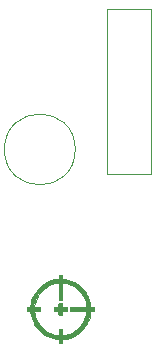
<source format=gbr>
G04 #@! TF.GenerationSoftware,KiCad,Pcbnew,(6.0.1-0)*
G04 #@! TF.CreationDate,2022-12-09T09:33:06-05:00*
G04 #@! TF.ProjectId,feederFloor,66656564-6572-4466-9c6f-6f722e6b6963,rev?*
G04 #@! TF.SameCoordinates,Original*
G04 #@! TF.FileFunction,Legend,Bot*
G04 #@! TF.FilePolarity,Positive*
%FSLAX46Y46*%
G04 Gerber Fmt 4.6, Leading zero omitted, Abs format (unit mm)*
G04 Created by KiCad (PCBNEW (6.0.1-0)) date 2022-12-09 09:33:06*
%MOMM*%
%LPD*%
G01*
G04 APERTURE LIST*
%ADD10C,0.120000*%
%ADD11C,0.010000*%
G04 APERTURE END LIST*
D10*
X28200000Y-37000000D02*
G75*
G03*
X28200000Y-37000000I-3000000J0D01*
G01*
X30850114Y-39113687D02*
X34650114Y-39113687D01*
X30850114Y-25113687D02*
X30850114Y-39113687D01*
X34650114Y-25113687D02*
X34650114Y-39113687D01*
X30850114Y-25113687D02*
X34650114Y-25113687D01*
D11*
X26777561Y-50157805D02*
X26773611Y-50337722D01*
X26773611Y-50337722D02*
X26593695Y-50341671D01*
X26593695Y-50341671D02*
X26413778Y-50345621D01*
X26413778Y-50345621D02*
X26413778Y-50668490D01*
X26413778Y-50668490D02*
X26593695Y-50672439D01*
X26593695Y-50672439D02*
X26773611Y-50676389D01*
X26773611Y-50676389D02*
X26777561Y-50856305D01*
X26777561Y-50856305D02*
X26781510Y-51036222D01*
X26781510Y-51036222D02*
X27104379Y-51036222D01*
X27104379Y-51036222D02*
X27108329Y-50856305D01*
X27108329Y-50856305D02*
X27112278Y-50676389D01*
X27112278Y-50676389D02*
X27292195Y-50672439D01*
X27292195Y-50672439D02*
X27472111Y-50668490D01*
X27472111Y-50668490D02*
X27472111Y-50345621D01*
X27472111Y-50345621D02*
X27292195Y-50341671D01*
X27292195Y-50341671D02*
X27112278Y-50337722D01*
X27112278Y-50337722D02*
X27108329Y-50157805D01*
X27108329Y-50157805D02*
X27104379Y-49977889D01*
X27104379Y-49977889D02*
X26781510Y-49977889D01*
X26781510Y-49977889D02*
X26777561Y-50157805D01*
X26777561Y-50157805D02*
X26777561Y-50157805D01*
G36*
X27108329Y-50157805D02*
G01*
X27112278Y-50337722D01*
X27292195Y-50341671D01*
X27472111Y-50345621D01*
X27472111Y-50668490D01*
X27292195Y-50672439D01*
X27112278Y-50676389D01*
X27108329Y-50856305D01*
X27104379Y-51036222D01*
X26781510Y-51036222D01*
X26777561Y-50856305D01*
X26773611Y-50676389D01*
X26593695Y-50672439D01*
X26413778Y-50668490D01*
X26413778Y-50345621D01*
X26593695Y-50341671D01*
X26773611Y-50337722D01*
X26777561Y-50157805D01*
X26781510Y-49977889D01*
X27104379Y-49977889D01*
X27108329Y-50157805D01*
G37*
X27108329Y-50157805D02*
X27112278Y-50337722D01*
X27292195Y-50341671D01*
X27472111Y-50345621D01*
X27472111Y-50668490D01*
X27292195Y-50672439D01*
X27112278Y-50676389D01*
X27108329Y-50856305D01*
X27104379Y-51036222D01*
X26781510Y-51036222D01*
X26777561Y-50856305D01*
X26773611Y-50676389D01*
X26593695Y-50672439D01*
X26413778Y-50668490D01*
X26413778Y-50345621D01*
X26593695Y-50341671D01*
X26773611Y-50337722D01*
X26777561Y-50157805D01*
X26781510Y-49977889D01*
X27104379Y-49977889D01*
X27108329Y-50157805D01*
X26780667Y-47956102D02*
X26686131Y-47965788D01*
X26686131Y-47965788D02*
X26427040Y-48006461D01*
X26427040Y-48006461D02*
X26171730Y-48075028D01*
X26171730Y-48075028D02*
X25920021Y-48171540D01*
X25920021Y-48171540D02*
X25799945Y-48228050D01*
X25799945Y-48228050D02*
X25657326Y-48303651D01*
X25657326Y-48303651D02*
X25530466Y-48381262D01*
X25530466Y-48381262D02*
X25412187Y-48466129D01*
X25412187Y-48466129D02*
X25295309Y-48563492D01*
X25295309Y-48563492D02*
X25172655Y-48678597D01*
X25172655Y-48678597D02*
X25143446Y-48707557D01*
X25143446Y-48707557D02*
X25023614Y-48832508D01*
X25023614Y-48832508D02*
X24922706Y-48950062D01*
X24922706Y-48950062D02*
X24835478Y-49067398D01*
X24835478Y-49067398D02*
X24756688Y-49191694D01*
X24756688Y-49191694D02*
X24681091Y-49330130D01*
X24681091Y-49330130D02*
X24663939Y-49364055D01*
X24663939Y-49364055D02*
X24553939Y-49614092D01*
X24553939Y-49614092D02*
X24471911Y-49867644D01*
X24471911Y-49867644D02*
X24417801Y-50124891D01*
X24417801Y-50124891D02*
X24401677Y-50250241D01*
X24401677Y-50250241D02*
X24391992Y-50344778D01*
X24391992Y-50344778D02*
X24099556Y-50344778D01*
X24099556Y-50344778D02*
X24099556Y-50669333D01*
X24099556Y-50669333D02*
X24392601Y-50669333D01*
X24392601Y-50669333D02*
X24402465Y-50764583D01*
X24402465Y-50764583D02*
X24442341Y-51021009D01*
X24442341Y-51021009D02*
X24508523Y-51271033D01*
X24508523Y-51271033D02*
X24601764Y-51517208D01*
X24601764Y-51517208D02*
X24663939Y-51650055D01*
X24663939Y-51650055D02*
X24739540Y-51792674D01*
X24739540Y-51792674D02*
X24817152Y-51919534D01*
X24817152Y-51919534D02*
X24902018Y-52037813D01*
X24902018Y-52037813D02*
X24999381Y-52154691D01*
X24999381Y-52154691D02*
X25114486Y-52277345D01*
X25114486Y-52277345D02*
X25143446Y-52306554D01*
X25143446Y-52306554D02*
X25268397Y-52426386D01*
X25268397Y-52426386D02*
X25385951Y-52527294D01*
X25385951Y-52527294D02*
X25503287Y-52614522D01*
X25503287Y-52614522D02*
X25627584Y-52693312D01*
X25627584Y-52693312D02*
X25766020Y-52768909D01*
X25766020Y-52768909D02*
X25799945Y-52786061D01*
X25799945Y-52786061D02*
X26049981Y-52896061D01*
X26049981Y-52896061D02*
X26303534Y-52978089D01*
X26303534Y-52978089D02*
X26560780Y-53032199D01*
X26560780Y-53032199D02*
X26686131Y-53048323D01*
X26686131Y-53048323D02*
X26780667Y-53058008D01*
X26780667Y-53058008D02*
X26780667Y-53350444D01*
X26780667Y-53350444D02*
X27105222Y-53350444D01*
X27105222Y-53350444D02*
X27105222Y-53058008D01*
X27105222Y-53058008D02*
X27199759Y-53048323D01*
X27199759Y-53048323D02*
X27458849Y-53007649D01*
X27458849Y-53007649D02*
X27714160Y-52939083D01*
X27714160Y-52939083D02*
X27965868Y-52842570D01*
X27965868Y-52842570D02*
X28085945Y-52786061D01*
X28085945Y-52786061D02*
X28228563Y-52710460D01*
X28228563Y-52710460D02*
X28355423Y-52632848D01*
X28355423Y-52632848D02*
X28473702Y-52547982D01*
X28473702Y-52547982D02*
X28590580Y-52450619D01*
X28590580Y-52450619D02*
X28713235Y-52335514D01*
X28713235Y-52335514D02*
X28742443Y-52306554D01*
X28742443Y-52306554D02*
X28862275Y-52181603D01*
X28862275Y-52181603D02*
X28963183Y-52064049D01*
X28963183Y-52064049D02*
X29050411Y-51946713D01*
X29050411Y-51946713D02*
X29129202Y-51822416D01*
X29129202Y-51822416D02*
X29204798Y-51683980D01*
X29204798Y-51683980D02*
X29221950Y-51650055D01*
X29221950Y-51650055D02*
X29331950Y-51400019D01*
X29331950Y-51400019D02*
X29413979Y-51146466D01*
X29413979Y-51146466D02*
X29468088Y-50889220D01*
X29468088Y-50889220D02*
X29484212Y-50763869D01*
X29484212Y-50763869D02*
X29493898Y-50669333D01*
X29493898Y-50669333D02*
X29786333Y-50669333D01*
X29786333Y-50669333D02*
X29786333Y-50344778D01*
X29786333Y-50344778D02*
X29493898Y-50344778D01*
X29493898Y-50344778D02*
X29155231Y-50344778D01*
X29155231Y-50344778D02*
X27740222Y-50344778D01*
X27740222Y-50344778D02*
X27740222Y-50669333D01*
X27740222Y-50669333D02*
X29155231Y-50669333D01*
X29155231Y-50669333D02*
X29145524Y-50764583D01*
X29145524Y-50764583D02*
X29109639Y-50984313D01*
X29109639Y-50984313D02*
X29047594Y-51204567D01*
X29047594Y-51204567D02*
X28961111Y-51421475D01*
X28961111Y-51421475D02*
X28851907Y-51631165D01*
X28851907Y-51631165D02*
X28721704Y-51829766D01*
X28721704Y-51829766D02*
X28609801Y-51970858D01*
X28609801Y-51970858D02*
X28456596Y-52128821D01*
X28456596Y-52128821D02*
X28281950Y-52273377D01*
X28281950Y-52273377D02*
X28090543Y-52401804D01*
X28090543Y-52401804D02*
X27887055Y-52511383D01*
X27887055Y-52511383D02*
X27676165Y-52599390D01*
X27676165Y-52599390D02*
X27462554Y-52663106D01*
X27462554Y-52663106D02*
X27393468Y-52678102D01*
X27393468Y-52678102D02*
X27320237Y-52692329D01*
X27320237Y-52692329D02*
X27267880Y-52701925D01*
X27267880Y-52701925D02*
X27229620Y-52707910D01*
X27229620Y-52707910D02*
X27198682Y-52711303D01*
X27198682Y-52711303D02*
X27168287Y-52713125D01*
X27168287Y-52713125D02*
X27158139Y-52713523D01*
X27158139Y-52713523D02*
X27105222Y-52715444D01*
X27105222Y-52715444D02*
X27105222Y-52221555D01*
X27105222Y-52221555D02*
X26780667Y-52221555D01*
X26780667Y-52221555D02*
X26780667Y-52719342D01*
X26780667Y-52719342D02*
X26685417Y-52709635D01*
X26685417Y-52709635D02*
X26466702Y-52673883D01*
X26466702Y-52673883D02*
X26247910Y-52612335D01*
X26247910Y-52612335D02*
X26033091Y-52527114D01*
X26033091Y-52527114D02*
X25826294Y-52420343D01*
X25826294Y-52420343D02*
X25631569Y-52294146D01*
X25631569Y-52294146D02*
X25452967Y-52150645D01*
X25452967Y-52150645D02*
X25294537Y-51991964D01*
X25294537Y-51991964D02*
X25276088Y-51970858D01*
X25276088Y-51970858D02*
X25131078Y-51783270D01*
X25131078Y-51783270D02*
X25005763Y-51581651D01*
X25005763Y-51581651D02*
X24901861Y-51369873D01*
X24901861Y-51369873D02*
X24821093Y-51151808D01*
X24821093Y-51151808D02*
X24765176Y-50931326D01*
X24765176Y-50931326D02*
X24740365Y-50764583D01*
X24740365Y-50764583D02*
X24730658Y-50669333D01*
X24730658Y-50669333D02*
X25228445Y-50669333D01*
X25228445Y-50669333D02*
X25228445Y-50344778D01*
X25228445Y-50344778D02*
X24730658Y-50344778D01*
X24730658Y-50344778D02*
X24740365Y-50249528D01*
X24740365Y-50249528D02*
X24776251Y-50029798D01*
X24776251Y-50029798D02*
X24838295Y-49809544D01*
X24838295Y-49809544D02*
X24924778Y-49592636D01*
X24924778Y-49592636D02*
X25033982Y-49382946D01*
X25033982Y-49382946D02*
X25164186Y-49184345D01*
X25164186Y-49184345D02*
X25276088Y-49043253D01*
X25276088Y-49043253D02*
X25431669Y-48882797D01*
X25431669Y-48882797D02*
X25607937Y-48737253D01*
X25607937Y-48737253D02*
X25800841Y-48608743D01*
X25800841Y-48608743D02*
X26006331Y-48499391D01*
X26006331Y-48499391D02*
X26220357Y-48411319D01*
X26220357Y-48411319D02*
X26438869Y-48346651D01*
X26438869Y-48346651D02*
X26657818Y-48307509D01*
X26657818Y-48307509D02*
X26685417Y-48304476D01*
X26685417Y-48304476D02*
X26780667Y-48294769D01*
X26780667Y-48294769D02*
X26780667Y-49709778D01*
X26780667Y-49709778D02*
X27105222Y-49709778D01*
X27105222Y-49709778D02*
X27105222Y-48294769D01*
X27105222Y-48294769D02*
X27200472Y-48304476D01*
X27200472Y-48304476D02*
X27419187Y-48340228D01*
X27419187Y-48340228D02*
X27637979Y-48401776D01*
X27637979Y-48401776D02*
X27852798Y-48486997D01*
X27852798Y-48486997D02*
X28059595Y-48593767D01*
X28059595Y-48593767D02*
X28254320Y-48719965D01*
X28254320Y-48719965D02*
X28432922Y-48863466D01*
X28432922Y-48863466D02*
X28591352Y-49022147D01*
X28591352Y-49022147D02*
X28609801Y-49043253D01*
X28609801Y-49043253D02*
X28754811Y-49230841D01*
X28754811Y-49230841D02*
X28880126Y-49432460D01*
X28880126Y-49432460D02*
X28984028Y-49644238D01*
X28984028Y-49644238D02*
X29064796Y-49862303D01*
X29064796Y-49862303D02*
X29120713Y-50082784D01*
X29120713Y-50082784D02*
X29145524Y-50249528D01*
X29145524Y-50249528D02*
X29155231Y-50344778D01*
X29155231Y-50344778D02*
X29493898Y-50344778D01*
X29493898Y-50344778D02*
X29484212Y-50250241D01*
X29484212Y-50250241D02*
X29443539Y-49991151D01*
X29443539Y-49991151D02*
X29374972Y-49735840D01*
X29374972Y-49735840D02*
X29278460Y-49484132D01*
X29278460Y-49484132D02*
X29221950Y-49364055D01*
X29221950Y-49364055D02*
X29146349Y-49221437D01*
X29146349Y-49221437D02*
X29068738Y-49094577D01*
X29068738Y-49094577D02*
X28983871Y-48976298D01*
X28983871Y-48976298D02*
X28886508Y-48859420D01*
X28886508Y-48859420D02*
X28771403Y-48736765D01*
X28771403Y-48736765D02*
X28742443Y-48707557D01*
X28742443Y-48707557D02*
X28617492Y-48587725D01*
X28617492Y-48587725D02*
X28499938Y-48486817D01*
X28499938Y-48486817D02*
X28382602Y-48399589D01*
X28382602Y-48399589D02*
X28258306Y-48320798D01*
X28258306Y-48320798D02*
X28119870Y-48245202D01*
X28119870Y-48245202D02*
X28085945Y-48228050D01*
X28085945Y-48228050D02*
X27835908Y-48118050D01*
X27835908Y-48118050D02*
X27582356Y-48036021D01*
X27582356Y-48036021D02*
X27325109Y-47981912D01*
X27325109Y-47981912D02*
X27199759Y-47965788D01*
X27199759Y-47965788D02*
X27105222Y-47956102D01*
X27105222Y-47956102D02*
X27105222Y-47663667D01*
X27105222Y-47663667D02*
X26780667Y-47663667D01*
X26780667Y-47663667D02*
X26780667Y-47956102D01*
X26780667Y-47956102D02*
X26780667Y-47956102D01*
G36*
X29786333Y-50669333D02*
G01*
X29493898Y-50669333D01*
X29484212Y-50763869D01*
X29468088Y-50889220D01*
X29413979Y-51146466D01*
X29331950Y-51400019D01*
X29221950Y-51650055D01*
X29204798Y-51683980D01*
X29129202Y-51822416D01*
X29050411Y-51946713D01*
X28963183Y-52064049D01*
X28862275Y-52181603D01*
X28742443Y-52306554D01*
X28713235Y-52335514D01*
X28590580Y-52450619D01*
X28473702Y-52547982D01*
X28355423Y-52632848D01*
X28228563Y-52710460D01*
X28085945Y-52786061D01*
X27965868Y-52842570D01*
X27714160Y-52939083D01*
X27458849Y-53007649D01*
X27199759Y-53048323D01*
X27105222Y-53058008D01*
X27105222Y-53350444D01*
X26780667Y-53350444D01*
X26780667Y-53058008D01*
X26686131Y-53048323D01*
X26560780Y-53032199D01*
X26303534Y-52978089D01*
X26049981Y-52896061D01*
X25799945Y-52786061D01*
X25766020Y-52768909D01*
X25627584Y-52693312D01*
X25503287Y-52614522D01*
X25385951Y-52527294D01*
X25268397Y-52426386D01*
X25143446Y-52306554D01*
X25114486Y-52277345D01*
X24999381Y-52154691D01*
X24902018Y-52037813D01*
X24817152Y-51919534D01*
X24739540Y-51792674D01*
X24663939Y-51650055D01*
X24601764Y-51517208D01*
X24508523Y-51271033D01*
X24442341Y-51021009D01*
X24402465Y-50764583D01*
X24392601Y-50669333D01*
X24730658Y-50669333D01*
X24740365Y-50764583D01*
X24765176Y-50931326D01*
X24821093Y-51151808D01*
X24901861Y-51369873D01*
X25005763Y-51581651D01*
X25131078Y-51783270D01*
X25276088Y-51970858D01*
X25294537Y-51991964D01*
X25452967Y-52150645D01*
X25631569Y-52294146D01*
X25826294Y-52420343D01*
X26033091Y-52527114D01*
X26247910Y-52612335D01*
X26466702Y-52673883D01*
X26685417Y-52709635D01*
X26780667Y-52719342D01*
X26780667Y-52221555D01*
X27105222Y-52221555D01*
X27105222Y-52715444D01*
X27158139Y-52713523D01*
X27168287Y-52713125D01*
X27198682Y-52711303D01*
X27229620Y-52707910D01*
X27267880Y-52701925D01*
X27320237Y-52692329D01*
X27393468Y-52678102D01*
X27462554Y-52663106D01*
X27676165Y-52599390D01*
X27887055Y-52511383D01*
X28090543Y-52401804D01*
X28281950Y-52273377D01*
X28456596Y-52128821D01*
X28609801Y-51970858D01*
X28721704Y-51829766D01*
X28851907Y-51631165D01*
X28961111Y-51421475D01*
X29047594Y-51204567D01*
X29109639Y-50984313D01*
X29145524Y-50764583D01*
X29155231Y-50669333D01*
X27740222Y-50669333D01*
X27740222Y-50344778D01*
X29155231Y-50344778D01*
X29145524Y-50249528D01*
X29120713Y-50082784D01*
X29064796Y-49862303D01*
X28984028Y-49644238D01*
X28880126Y-49432460D01*
X28754811Y-49230841D01*
X28609801Y-49043253D01*
X28591352Y-49022147D01*
X28432922Y-48863466D01*
X28254320Y-48719965D01*
X28059595Y-48593767D01*
X27852798Y-48486997D01*
X27637979Y-48401776D01*
X27419187Y-48340228D01*
X27200472Y-48304476D01*
X27105222Y-48294769D01*
X27105222Y-49709778D01*
X26780667Y-49709778D01*
X26780667Y-48294769D01*
X26685417Y-48304476D01*
X26657818Y-48307509D01*
X26438869Y-48346651D01*
X26220357Y-48411319D01*
X26006331Y-48499391D01*
X25800841Y-48608743D01*
X25607937Y-48737253D01*
X25431669Y-48882797D01*
X25276088Y-49043253D01*
X25164186Y-49184345D01*
X25033982Y-49382946D01*
X24924778Y-49592636D01*
X24838295Y-49809544D01*
X24776251Y-50029798D01*
X24740365Y-50249528D01*
X24730658Y-50344778D01*
X25228445Y-50344778D01*
X25228445Y-50669333D01*
X24730658Y-50669333D01*
X24392601Y-50669333D01*
X24099556Y-50669333D01*
X24099556Y-50344778D01*
X24391992Y-50344778D01*
X24401677Y-50250241D01*
X24417801Y-50124891D01*
X24471911Y-49867644D01*
X24553939Y-49614092D01*
X24663939Y-49364055D01*
X24681091Y-49330130D01*
X24756688Y-49191694D01*
X24835478Y-49067398D01*
X24922706Y-48950062D01*
X25023614Y-48832508D01*
X25143446Y-48707557D01*
X25172655Y-48678597D01*
X25295309Y-48563492D01*
X25412187Y-48466129D01*
X25530466Y-48381262D01*
X25657326Y-48303651D01*
X25799945Y-48228050D01*
X25920021Y-48171540D01*
X26171730Y-48075028D01*
X26427040Y-48006461D01*
X26686131Y-47965788D01*
X26780667Y-47956102D01*
X26780667Y-47663667D01*
X27105222Y-47663667D01*
X27105222Y-47956102D01*
X27199759Y-47965788D01*
X27325109Y-47981912D01*
X27582356Y-48036021D01*
X27835908Y-48118050D01*
X28085945Y-48228050D01*
X28119870Y-48245202D01*
X28258306Y-48320798D01*
X28382602Y-48399589D01*
X28499938Y-48486817D01*
X28617492Y-48587725D01*
X28742443Y-48707557D01*
X28771403Y-48736765D01*
X28886508Y-48859420D01*
X28983871Y-48976298D01*
X29068738Y-49094577D01*
X29146349Y-49221437D01*
X29221950Y-49364055D01*
X29278460Y-49484132D01*
X29374972Y-49735840D01*
X29443539Y-49991151D01*
X29484212Y-50250241D01*
X29493898Y-50344778D01*
X29786333Y-50344778D01*
X29786333Y-50669333D01*
G37*
X29786333Y-50669333D02*
X29493898Y-50669333D01*
X29484212Y-50763869D01*
X29468088Y-50889220D01*
X29413979Y-51146466D01*
X29331950Y-51400019D01*
X29221950Y-51650055D01*
X29204798Y-51683980D01*
X29129202Y-51822416D01*
X29050411Y-51946713D01*
X28963183Y-52064049D01*
X28862275Y-52181603D01*
X28742443Y-52306554D01*
X28713235Y-52335514D01*
X28590580Y-52450619D01*
X28473702Y-52547982D01*
X28355423Y-52632848D01*
X28228563Y-52710460D01*
X28085945Y-52786061D01*
X27965868Y-52842570D01*
X27714160Y-52939083D01*
X27458849Y-53007649D01*
X27199759Y-53048323D01*
X27105222Y-53058008D01*
X27105222Y-53350444D01*
X26780667Y-53350444D01*
X26780667Y-53058008D01*
X26686131Y-53048323D01*
X26560780Y-53032199D01*
X26303534Y-52978089D01*
X26049981Y-52896061D01*
X25799945Y-52786061D01*
X25766020Y-52768909D01*
X25627584Y-52693312D01*
X25503287Y-52614522D01*
X25385951Y-52527294D01*
X25268397Y-52426386D01*
X25143446Y-52306554D01*
X25114486Y-52277345D01*
X24999381Y-52154691D01*
X24902018Y-52037813D01*
X24817152Y-51919534D01*
X24739540Y-51792674D01*
X24663939Y-51650055D01*
X24601764Y-51517208D01*
X24508523Y-51271033D01*
X24442341Y-51021009D01*
X24402465Y-50764583D01*
X24392601Y-50669333D01*
X24730658Y-50669333D01*
X24740365Y-50764583D01*
X24765176Y-50931326D01*
X24821093Y-51151808D01*
X24901861Y-51369873D01*
X25005763Y-51581651D01*
X25131078Y-51783270D01*
X25276088Y-51970858D01*
X25294537Y-51991964D01*
X25452967Y-52150645D01*
X25631569Y-52294146D01*
X25826294Y-52420343D01*
X26033091Y-52527114D01*
X26247910Y-52612335D01*
X26466702Y-52673883D01*
X26685417Y-52709635D01*
X26780667Y-52719342D01*
X26780667Y-52221555D01*
X27105222Y-52221555D01*
X27105222Y-52715444D01*
X27158139Y-52713523D01*
X27168287Y-52713125D01*
X27198682Y-52711303D01*
X27229620Y-52707910D01*
X27267880Y-52701925D01*
X27320237Y-52692329D01*
X27393468Y-52678102D01*
X27462554Y-52663106D01*
X27676165Y-52599390D01*
X27887055Y-52511383D01*
X28090543Y-52401804D01*
X28281950Y-52273377D01*
X28456596Y-52128821D01*
X28609801Y-51970858D01*
X28721704Y-51829766D01*
X28851907Y-51631165D01*
X28961111Y-51421475D01*
X29047594Y-51204567D01*
X29109639Y-50984313D01*
X29145524Y-50764583D01*
X29155231Y-50669333D01*
X27740222Y-50669333D01*
X27740222Y-50344778D01*
X29155231Y-50344778D01*
X29145524Y-50249528D01*
X29120713Y-50082784D01*
X29064796Y-49862303D01*
X28984028Y-49644238D01*
X28880126Y-49432460D01*
X28754811Y-49230841D01*
X28609801Y-49043253D01*
X28591352Y-49022147D01*
X28432922Y-48863466D01*
X28254320Y-48719965D01*
X28059595Y-48593767D01*
X27852798Y-48486997D01*
X27637979Y-48401776D01*
X27419187Y-48340228D01*
X27200472Y-48304476D01*
X27105222Y-48294769D01*
X27105222Y-49709778D01*
X26780667Y-49709778D01*
X26780667Y-48294769D01*
X26685417Y-48304476D01*
X26657818Y-48307509D01*
X26438869Y-48346651D01*
X26220357Y-48411319D01*
X26006331Y-48499391D01*
X25800841Y-48608743D01*
X25607937Y-48737253D01*
X25431669Y-48882797D01*
X25276088Y-49043253D01*
X25164186Y-49184345D01*
X25033982Y-49382946D01*
X24924778Y-49592636D01*
X24838295Y-49809544D01*
X24776251Y-50029798D01*
X24740365Y-50249528D01*
X24730658Y-50344778D01*
X25228445Y-50344778D01*
X25228445Y-50669333D01*
X24730658Y-50669333D01*
X24392601Y-50669333D01*
X24099556Y-50669333D01*
X24099556Y-50344778D01*
X24391992Y-50344778D01*
X24401677Y-50250241D01*
X24417801Y-50124891D01*
X24471911Y-49867644D01*
X24553939Y-49614092D01*
X24663939Y-49364055D01*
X24681091Y-49330130D01*
X24756688Y-49191694D01*
X24835478Y-49067398D01*
X24922706Y-48950062D01*
X25023614Y-48832508D01*
X25143446Y-48707557D01*
X25172655Y-48678597D01*
X25295309Y-48563492D01*
X25412187Y-48466129D01*
X25530466Y-48381262D01*
X25657326Y-48303651D01*
X25799945Y-48228050D01*
X25920021Y-48171540D01*
X26171730Y-48075028D01*
X26427040Y-48006461D01*
X26686131Y-47965788D01*
X26780667Y-47956102D01*
X26780667Y-47663667D01*
X27105222Y-47663667D01*
X27105222Y-47956102D01*
X27199759Y-47965788D01*
X27325109Y-47981912D01*
X27582356Y-48036021D01*
X27835908Y-48118050D01*
X28085945Y-48228050D01*
X28119870Y-48245202D01*
X28258306Y-48320798D01*
X28382602Y-48399589D01*
X28499938Y-48486817D01*
X28617492Y-48587725D01*
X28742443Y-48707557D01*
X28771403Y-48736765D01*
X28886508Y-48859420D01*
X28983871Y-48976298D01*
X29068738Y-49094577D01*
X29146349Y-49221437D01*
X29221950Y-49364055D01*
X29278460Y-49484132D01*
X29374972Y-49735840D01*
X29443539Y-49991151D01*
X29484212Y-50250241D01*
X29493898Y-50344778D01*
X29786333Y-50344778D01*
X29786333Y-50669333D01*
M02*

</source>
